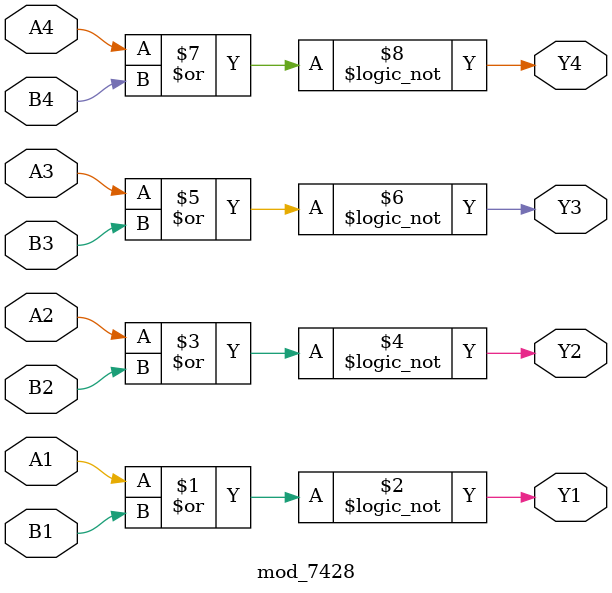
<source format=v>
module mod_7428 (
	input A1, input B1, output Y1, 
	input A2, input B2, output Y2, 
	input A3, input B3, output Y3, 
	input A4, input B4, output Y4
);
	assign Y1 = !(A1 | B1);
	assign Y2 = !(A2 | B2);
	assign Y3 = !(A3 | B3);
	assign Y4 = !(A4 | B4);
endmodule

</source>
